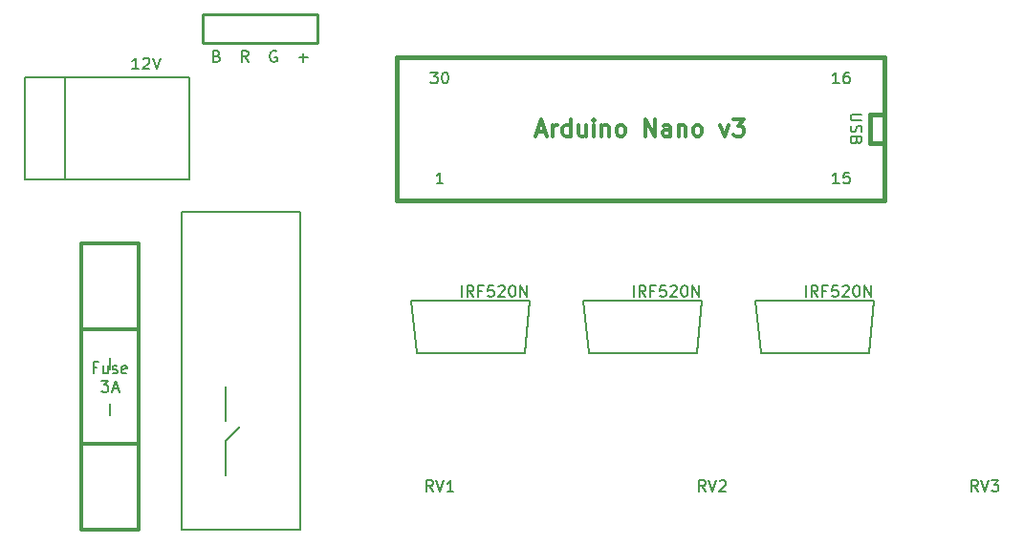
<source format=gto>
G04 #@! TF.FileFunction,Legend,Top*
%FSLAX46Y46*%
G04 Gerber Fmt 4.6, Leading zero omitted, Abs format (unit mm)*
G04 Created by KiCad (PCBNEW 4.0.3-stable) date Mon Sep 19 23:01:39 2016*
%MOMM*%
%LPD*%
G01*
G04 APERTURE LIST*
%ADD10C,0.150000*%
%ADD11C,0.200000*%
%ADD12C,0.300000*%
%ADD13C,0.254000*%
%ADD14C,0.381000*%
%ADD15C,0.304800*%
G04 APERTURE END LIST*
D10*
X99734762Y-63952381D02*
X99401428Y-63476190D01*
X99163333Y-63952381D02*
X99163333Y-62952381D01*
X99544286Y-62952381D01*
X99639524Y-63000000D01*
X99687143Y-63047619D01*
X99734762Y-63142857D01*
X99734762Y-63285714D01*
X99687143Y-63380952D01*
X99639524Y-63428571D01*
X99544286Y-63476190D01*
X99163333Y-63476190D01*
X100020476Y-62952381D02*
X100353809Y-63952381D01*
X100687143Y-62952381D01*
X100925238Y-62952381D02*
X101544286Y-62952381D01*
X101210952Y-63333333D01*
X101353810Y-63333333D01*
X101449048Y-63380952D01*
X101496667Y-63428571D01*
X101544286Y-63523810D01*
X101544286Y-63761905D01*
X101496667Y-63857143D01*
X101449048Y-63904762D01*
X101353810Y-63952381D01*
X101068095Y-63952381D01*
X100972857Y-63904762D01*
X100925238Y-63857143D01*
X75604762Y-63952381D02*
X75271428Y-63476190D01*
X75033333Y-63952381D02*
X75033333Y-62952381D01*
X75414286Y-62952381D01*
X75509524Y-63000000D01*
X75557143Y-63047619D01*
X75604762Y-63142857D01*
X75604762Y-63285714D01*
X75557143Y-63380952D01*
X75509524Y-63428571D01*
X75414286Y-63476190D01*
X75033333Y-63476190D01*
X75890476Y-62952381D02*
X76223809Y-63952381D01*
X76557143Y-62952381D01*
X76842857Y-63047619D02*
X76890476Y-63000000D01*
X76985714Y-62952381D01*
X77223810Y-62952381D01*
X77319048Y-63000000D01*
X77366667Y-63047619D01*
X77414286Y-63142857D01*
X77414286Y-63238095D01*
X77366667Y-63380952D01*
X76795238Y-63952381D01*
X77414286Y-63952381D01*
X51474762Y-63952381D02*
X51141428Y-63476190D01*
X50903333Y-63952381D02*
X50903333Y-62952381D01*
X51284286Y-62952381D01*
X51379524Y-63000000D01*
X51427143Y-63047619D01*
X51474762Y-63142857D01*
X51474762Y-63285714D01*
X51427143Y-63380952D01*
X51379524Y-63428571D01*
X51284286Y-63476190D01*
X50903333Y-63476190D01*
X51760476Y-62952381D02*
X52093809Y-63952381D01*
X52427143Y-62952381D01*
X53284286Y-63952381D02*
X52712857Y-63952381D01*
X52998571Y-63952381D02*
X52998571Y-62952381D01*
X52903333Y-63095238D01*
X52808095Y-63190476D01*
X52712857Y-63238095D01*
X84495048Y-46680381D02*
X84495048Y-45680381D01*
X85542667Y-46680381D02*
X85209333Y-46204190D01*
X84971238Y-46680381D02*
X84971238Y-45680381D01*
X85352191Y-45680381D01*
X85447429Y-45728000D01*
X85495048Y-45775619D01*
X85542667Y-45870857D01*
X85542667Y-46013714D01*
X85495048Y-46108952D01*
X85447429Y-46156571D01*
X85352191Y-46204190D01*
X84971238Y-46204190D01*
X86304572Y-46156571D02*
X85971238Y-46156571D01*
X85971238Y-46680381D02*
X85971238Y-45680381D01*
X86447429Y-45680381D01*
X87304572Y-45680381D02*
X86828381Y-45680381D01*
X86780762Y-46156571D01*
X86828381Y-46108952D01*
X86923619Y-46061333D01*
X87161715Y-46061333D01*
X87256953Y-46108952D01*
X87304572Y-46156571D01*
X87352191Y-46251810D01*
X87352191Y-46489905D01*
X87304572Y-46585143D01*
X87256953Y-46632762D01*
X87161715Y-46680381D01*
X86923619Y-46680381D01*
X86828381Y-46632762D01*
X86780762Y-46585143D01*
X87733143Y-45775619D02*
X87780762Y-45728000D01*
X87876000Y-45680381D01*
X88114096Y-45680381D01*
X88209334Y-45728000D01*
X88256953Y-45775619D01*
X88304572Y-45870857D01*
X88304572Y-45966095D01*
X88256953Y-46108952D01*
X87685524Y-46680381D01*
X88304572Y-46680381D01*
X88923619Y-45680381D02*
X89018858Y-45680381D01*
X89114096Y-45728000D01*
X89161715Y-45775619D01*
X89209334Y-45870857D01*
X89256953Y-46061333D01*
X89256953Y-46299429D01*
X89209334Y-46489905D01*
X89161715Y-46585143D01*
X89114096Y-46632762D01*
X89018858Y-46680381D01*
X88923619Y-46680381D01*
X88828381Y-46632762D01*
X88780762Y-46585143D01*
X88733143Y-46489905D01*
X88685524Y-46299429D01*
X88685524Y-46061333D01*
X88733143Y-45870857D01*
X88780762Y-45775619D01*
X88828381Y-45728000D01*
X88923619Y-45680381D01*
X89685524Y-46680381D02*
X89685524Y-45680381D01*
X90256953Y-46680381D01*
X90256953Y-45680381D01*
X69255048Y-46680381D02*
X69255048Y-45680381D01*
X70302667Y-46680381D02*
X69969333Y-46204190D01*
X69731238Y-46680381D02*
X69731238Y-45680381D01*
X70112191Y-45680381D01*
X70207429Y-45728000D01*
X70255048Y-45775619D01*
X70302667Y-45870857D01*
X70302667Y-46013714D01*
X70255048Y-46108952D01*
X70207429Y-46156571D01*
X70112191Y-46204190D01*
X69731238Y-46204190D01*
X71064572Y-46156571D02*
X70731238Y-46156571D01*
X70731238Y-46680381D02*
X70731238Y-45680381D01*
X71207429Y-45680381D01*
X72064572Y-45680381D02*
X71588381Y-45680381D01*
X71540762Y-46156571D01*
X71588381Y-46108952D01*
X71683619Y-46061333D01*
X71921715Y-46061333D01*
X72016953Y-46108952D01*
X72064572Y-46156571D01*
X72112191Y-46251810D01*
X72112191Y-46489905D01*
X72064572Y-46585143D01*
X72016953Y-46632762D01*
X71921715Y-46680381D01*
X71683619Y-46680381D01*
X71588381Y-46632762D01*
X71540762Y-46585143D01*
X72493143Y-45775619D02*
X72540762Y-45728000D01*
X72636000Y-45680381D01*
X72874096Y-45680381D01*
X72969334Y-45728000D01*
X73016953Y-45775619D01*
X73064572Y-45870857D01*
X73064572Y-45966095D01*
X73016953Y-46108952D01*
X72445524Y-46680381D01*
X73064572Y-46680381D01*
X73683619Y-45680381D02*
X73778858Y-45680381D01*
X73874096Y-45728000D01*
X73921715Y-45775619D01*
X73969334Y-45870857D01*
X74016953Y-46061333D01*
X74016953Y-46299429D01*
X73969334Y-46489905D01*
X73921715Y-46585143D01*
X73874096Y-46632762D01*
X73778858Y-46680381D01*
X73683619Y-46680381D01*
X73588381Y-46632762D01*
X73540762Y-46585143D01*
X73493143Y-46489905D01*
X73445524Y-46299429D01*
X73445524Y-46061333D01*
X73493143Y-45870857D01*
X73540762Y-45775619D01*
X73588381Y-45728000D01*
X73683619Y-45680381D01*
X74445524Y-46680381D02*
X74445524Y-45680381D01*
X75016953Y-46680381D01*
X75016953Y-45680381D01*
X54015048Y-46680381D02*
X54015048Y-45680381D01*
X55062667Y-46680381D02*
X54729333Y-46204190D01*
X54491238Y-46680381D02*
X54491238Y-45680381D01*
X54872191Y-45680381D01*
X54967429Y-45728000D01*
X55015048Y-45775619D01*
X55062667Y-45870857D01*
X55062667Y-46013714D01*
X55015048Y-46108952D01*
X54967429Y-46156571D01*
X54872191Y-46204190D01*
X54491238Y-46204190D01*
X55824572Y-46156571D02*
X55491238Y-46156571D01*
X55491238Y-46680381D02*
X55491238Y-45680381D01*
X55967429Y-45680381D01*
X56824572Y-45680381D02*
X56348381Y-45680381D01*
X56300762Y-46156571D01*
X56348381Y-46108952D01*
X56443619Y-46061333D01*
X56681715Y-46061333D01*
X56776953Y-46108952D01*
X56824572Y-46156571D01*
X56872191Y-46251810D01*
X56872191Y-46489905D01*
X56824572Y-46585143D01*
X56776953Y-46632762D01*
X56681715Y-46680381D01*
X56443619Y-46680381D01*
X56348381Y-46632762D01*
X56300762Y-46585143D01*
X57253143Y-45775619D02*
X57300762Y-45728000D01*
X57396000Y-45680381D01*
X57634096Y-45680381D01*
X57729334Y-45728000D01*
X57776953Y-45775619D01*
X57824572Y-45870857D01*
X57824572Y-45966095D01*
X57776953Y-46108952D01*
X57205524Y-46680381D01*
X57824572Y-46680381D01*
X58443619Y-45680381D02*
X58538858Y-45680381D01*
X58634096Y-45728000D01*
X58681715Y-45775619D01*
X58729334Y-45870857D01*
X58776953Y-46061333D01*
X58776953Y-46299429D01*
X58729334Y-46489905D01*
X58681715Y-46585143D01*
X58634096Y-46632762D01*
X58538858Y-46680381D01*
X58443619Y-46680381D01*
X58348381Y-46632762D01*
X58300762Y-46585143D01*
X58253143Y-46489905D01*
X58205524Y-46299429D01*
X58205524Y-46061333D01*
X58253143Y-45870857D01*
X58300762Y-45775619D01*
X58348381Y-45728000D01*
X58443619Y-45680381D01*
X59205524Y-46680381D02*
X59205524Y-45680381D01*
X59776953Y-46680381D01*
X59776953Y-45680381D01*
D11*
X80010000Y-46990000D02*
X90551000Y-46990000D01*
X64770000Y-46990000D02*
X75311000Y-46990000D01*
X49530000Y-46990000D02*
X60071000Y-46990000D01*
X33147000Y-62230000D02*
X33147000Y-62484000D01*
X33147000Y-54864000D02*
X33147000Y-54610000D01*
X33147000Y-59436000D02*
X34417000Y-58166000D01*
X33147000Y-54864000D02*
X33147000Y-57658000D01*
X33147000Y-62230000D02*
X33147000Y-59436000D01*
X22860000Y-56134000D02*
X22860000Y-57150000D01*
X22860000Y-52070000D02*
X22860000Y-53086000D01*
D10*
X21717143Y-52951571D02*
X21383809Y-52951571D01*
X21383809Y-53475381D02*
X21383809Y-52475381D01*
X21860000Y-52475381D01*
X22669524Y-52808714D02*
X22669524Y-53475381D01*
X22240952Y-52808714D02*
X22240952Y-53332524D01*
X22288571Y-53427762D01*
X22383809Y-53475381D01*
X22526667Y-53475381D01*
X22621905Y-53427762D01*
X22669524Y-53380143D01*
X23098095Y-53427762D02*
X23193333Y-53475381D01*
X23383809Y-53475381D01*
X23479048Y-53427762D01*
X23526667Y-53332524D01*
X23526667Y-53284905D01*
X23479048Y-53189667D01*
X23383809Y-53142048D01*
X23240952Y-53142048D01*
X23145714Y-53094429D01*
X23098095Y-52999190D01*
X23098095Y-52951571D01*
X23145714Y-52856333D01*
X23240952Y-52808714D01*
X23383809Y-52808714D01*
X23479048Y-52856333D01*
X24336191Y-53427762D02*
X24240953Y-53475381D01*
X24050476Y-53475381D01*
X23955238Y-53427762D01*
X23907619Y-53332524D01*
X23907619Y-52951571D01*
X23955238Y-52856333D01*
X24050476Y-52808714D01*
X24240953Y-52808714D01*
X24336191Y-52856333D01*
X24383810Y-52951571D01*
X24383810Y-53046810D01*
X23907619Y-53142048D01*
X22098095Y-54125381D02*
X22717143Y-54125381D01*
X22383809Y-54506333D01*
X22526667Y-54506333D01*
X22621905Y-54553952D01*
X22669524Y-54601571D01*
X22717143Y-54696810D01*
X22717143Y-54934905D01*
X22669524Y-55030143D01*
X22621905Y-55077762D01*
X22526667Y-55125381D01*
X22240952Y-55125381D01*
X22145714Y-55077762D01*
X22098095Y-55030143D01*
X23098095Y-54839667D02*
X23574286Y-54839667D01*
X23002857Y-55125381D02*
X23336190Y-54125381D01*
X23669524Y-55125381D01*
X32321429Y-25328571D02*
X32464286Y-25376190D01*
X32511905Y-25423810D01*
X32559524Y-25519048D01*
X32559524Y-25661905D01*
X32511905Y-25757143D01*
X32464286Y-25804762D01*
X32369048Y-25852381D01*
X31988095Y-25852381D01*
X31988095Y-24852381D01*
X32321429Y-24852381D01*
X32416667Y-24900000D01*
X32464286Y-24947619D01*
X32511905Y-25042857D01*
X32511905Y-25138095D01*
X32464286Y-25233333D01*
X32416667Y-25280952D01*
X32321429Y-25328571D01*
X31988095Y-25328571D01*
X35099524Y-25852381D02*
X34766190Y-25376190D01*
X34528095Y-25852381D02*
X34528095Y-24852381D01*
X34909048Y-24852381D01*
X35004286Y-24900000D01*
X35051905Y-24947619D01*
X35099524Y-25042857D01*
X35099524Y-25185714D01*
X35051905Y-25280952D01*
X35004286Y-25328571D01*
X34909048Y-25376190D01*
X34528095Y-25376190D01*
X37591905Y-24900000D02*
X37496667Y-24852381D01*
X37353810Y-24852381D01*
X37210952Y-24900000D01*
X37115714Y-24995238D01*
X37068095Y-25090476D01*
X37020476Y-25280952D01*
X37020476Y-25423810D01*
X37068095Y-25614286D01*
X37115714Y-25709524D01*
X37210952Y-25804762D01*
X37353810Y-25852381D01*
X37449048Y-25852381D01*
X37591905Y-25804762D01*
X37639524Y-25757143D01*
X37639524Y-25423810D01*
X37449048Y-25423810D01*
X39608095Y-25471429D02*
X40370000Y-25471429D01*
X39989048Y-25852381D02*
X39989048Y-25090476D01*
X25415953Y-26487381D02*
X24844524Y-26487381D01*
X25130238Y-26487381D02*
X25130238Y-25487381D01*
X25035000Y-25630238D01*
X24939762Y-25725476D01*
X24844524Y-25773095D01*
X25796905Y-25582619D02*
X25844524Y-25535000D01*
X25939762Y-25487381D01*
X26177858Y-25487381D01*
X26273096Y-25535000D01*
X26320715Y-25582619D01*
X26368334Y-25677857D01*
X26368334Y-25773095D01*
X26320715Y-25915952D01*
X25749286Y-26487381D01*
X26368334Y-26487381D01*
X26654048Y-25487381D02*
X26987381Y-26487381D01*
X27320715Y-25487381D01*
X89447619Y-30488095D02*
X88638095Y-30488095D01*
X88542857Y-30535714D01*
X88495238Y-30583333D01*
X88447619Y-30678571D01*
X88447619Y-30869048D01*
X88495238Y-30964286D01*
X88542857Y-31011905D01*
X88638095Y-31059524D01*
X89447619Y-31059524D01*
X88495238Y-31488095D02*
X88447619Y-31630952D01*
X88447619Y-31869048D01*
X88495238Y-31964286D01*
X88542857Y-32011905D01*
X88638095Y-32059524D01*
X88733333Y-32059524D01*
X88828571Y-32011905D01*
X88876190Y-31964286D01*
X88923810Y-31869048D01*
X88971429Y-31678571D01*
X89019048Y-31583333D01*
X89066667Y-31535714D01*
X89161905Y-31488095D01*
X89257143Y-31488095D01*
X89352381Y-31535714D01*
X89400000Y-31583333D01*
X89447619Y-31678571D01*
X89447619Y-31916667D01*
X89400000Y-32059524D01*
X88971429Y-32821429D02*
X88923810Y-32964286D01*
X88876190Y-33011905D01*
X88780952Y-33059524D01*
X88638095Y-33059524D01*
X88542857Y-33011905D01*
X88495238Y-32964286D01*
X88447619Y-32869048D01*
X88447619Y-32488095D01*
X89447619Y-32488095D01*
X89447619Y-32821429D01*
X89400000Y-32916667D01*
X89352381Y-32964286D01*
X89257143Y-33011905D01*
X89161905Y-33011905D01*
X89066667Y-32964286D01*
X89019048Y-32916667D01*
X88971429Y-32821429D01*
X88971429Y-32488095D01*
X52355715Y-36647381D02*
X51784286Y-36647381D01*
X52070000Y-36647381D02*
X52070000Y-35647381D01*
X51974762Y-35790238D01*
X51879524Y-35885476D01*
X51784286Y-35933095D01*
X51260476Y-26757381D02*
X51879524Y-26757381D01*
X51546190Y-27138333D01*
X51689048Y-27138333D01*
X51784286Y-27185952D01*
X51831905Y-27233571D01*
X51879524Y-27328810D01*
X51879524Y-27566905D01*
X51831905Y-27662143D01*
X51784286Y-27709762D01*
X51689048Y-27757381D01*
X51403333Y-27757381D01*
X51308095Y-27709762D01*
X51260476Y-27662143D01*
X52498571Y-26757381D02*
X52593810Y-26757381D01*
X52689048Y-26805000D01*
X52736667Y-26852619D01*
X52784286Y-26947857D01*
X52831905Y-27138333D01*
X52831905Y-27376429D01*
X52784286Y-27566905D01*
X52736667Y-27662143D01*
X52689048Y-27709762D01*
X52593810Y-27757381D01*
X52498571Y-27757381D01*
X52403333Y-27709762D01*
X52355714Y-27662143D01*
X52308095Y-27566905D01*
X52260476Y-27376429D01*
X52260476Y-27138333D01*
X52308095Y-26947857D01*
X52355714Y-26852619D01*
X52403333Y-26805000D01*
X52498571Y-26757381D01*
D12*
X60707143Y-32000000D02*
X61421429Y-32000000D01*
X60564286Y-32428571D02*
X61064286Y-30928571D01*
X61564286Y-32428571D01*
X62064286Y-32428571D02*
X62064286Y-31428571D01*
X62064286Y-31714286D02*
X62135714Y-31571429D01*
X62207143Y-31500000D01*
X62350000Y-31428571D01*
X62492857Y-31428571D01*
X63635714Y-32428571D02*
X63635714Y-30928571D01*
X63635714Y-32357143D02*
X63492857Y-32428571D01*
X63207143Y-32428571D01*
X63064285Y-32357143D01*
X62992857Y-32285714D01*
X62921428Y-32142857D01*
X62921428Y-31714286D01*
X62992857Y-31571429D01*
X63064285Y-31500000D01*
X63207143Y-31428571D01*
X63492857Y-31428571D01*
X63635714Y-31500000D01*
X64992857Y-31428571D02*
X64992857Y-32428571D01*
X64350000Y-31428571D02*
X64350000Y-32214286D01*
X64421428Y-32357143D01*
X64564286Y-32428571D01*
X64778571Y-32428571D01*
X64921428Y-32357143D01*
X64992857Y-32285714D01*
X65707143Y-32428571D02*
X65707143Y-31428571D01*
X65707143Y-30928571D02*
X65635714Y-31000000D01*
X65707143Y-31071429D01*
X65778571Y-31000000D01*
X65707143Y-30928571D01*
X65707143Y-31071429D01*
X66421429Y-31428571D02*
X66421429Y-32428571D01*
X66421429Y-31571429D02*
X66492857Y-31500000D01*
X66635715Y-31428571D01*
X66850000Y-31428571D01*
X66992857Y-31500000D01*
X67064286Y-31642857D01*
X67064286Y-32428571D01*
X67992858Y-32428571D02*
X67850000Y-32357143D01*
X67778572Y-32285714D01*
X67707143Y-32142857D01*
X67707143Y-31714286D01*
X67778572Y-31571429D01*
X67850000Y-31500000D01*
X67992858Y-31428571D01*
X68207143Y-31428571D01*
X68350000Y-31500000D01*
X68421429Y-31571429D01*
X68492858Y-31714286D01*
X68492858Y-32142857D01*
X68421429Y-32285714D01*
X68350000Y-32357143D01*
X68207143Y-32428571D01*
X67992858Y-32428571D01*
X70278572Y-32428571D02*
X70278572Y-30928571D01*
X71135715Y-32428571D01*
X71135715Y-30928571D01*
X72492858Y-32428571D02*
X72492858Y-31642857D01*
X72421429Y-31500000D01*
X72278572Y-31428571D01*
X71992858Y-31428571D01*
X71850001Y-31500000D01*
X72492858Y-32357143D02*
X72350001Y-32428571D01*
X71992858Y-32428571D01*
X71850001Y-32357143D01*
X71778572Y-32214286D01*
X71778572Y-32071429D01*
X71850001Y-31928571D01*
X71992858Y-31857143D01*
X72350001Y-31857143D01*
X72492858Y-31785714D01*
X73207144Y-31428571D02*
X73207144Y-32428571D01*
X73207144Y-31571429D02*
X73278572Y-31500000D01*
X73421430Y-31428571D01*
X73635715Y-31428571D01*
X73778572Y-31500000D01*
X73850001Y-31642857D01*
X73850001Y-32428571D01*
X74778573Y-32428571D02*
X74635715Y-32357143D01*
X74564287Y-32285714D01*
X74492858Y-32142857D01*
X74492858Y-31714286D01*
X74564287Y-31571429D01*
X74635715Y-31500000D01*
X74778573Y-31428571D01*
X74992858Y-31428571D01*
X75135715Y-31500000D01*
X75207144Y-31571429D01*
X75278573Y-31714286D01*
X75278573Y-32142857D01*
X75207144Y-32285714D01*
X75135715Y-32357143D01*
X74992858Y-32428571D01*
X74778573Y-32428571D01*
X76921430Y-31428571D02*
X77278573Y-32428571D01*
X77635715Y-31428571D01*
X78064287Y-30928571D02*
X78992858Y-30928571D01*
X78492858Y-31500000D01*
X78707144Y-31500000D01*
X78850001Y-31571429D01*
X78921430Y-31642857D01*
X78992858Y-31785714D01*
X78992858Y-32142857D01*
X78921430Y-32285714D01*
X78850001Y-32357143D01*
X78707144Y-32428571D01*
X78278572Y-32428571D01*
X78135715Y-32357143D01*
X78064287Y-32285714D01*
D10*
X87439524Y-36647381D02*
X86868095Y-36647381D01*
X87153809Y-36647381D02*
X87153809Y-35647381D01*
X87058571Y-35790238D01*
X86963333Y-35885476D01*
X86868095Y-35933095D01*
X88344286Y-35647381D02*
X87868095Y-35647381D01*
X87820476Y-36123571D01*
X87868095Y-36075952D01*
X87963333Y-36028333D01*
X88201429Y-36028333D01*
X88296667Y-36075952D01*
X88344286Y-36123571D01*
X88391905Y-36218810D01*
X88391905Y-36456905D01*
X88344286Y-36552143D01*
X88296667Y-36599762D01*
X88201429Y-36647381D01*
X87963333Y-36647381D01*
X87868095Y-36599762D01*
X87820476Y-36552143D01*
X87439524Y-27757381D02*
X86868095Y-27757381D01*
X87153809Y-27757381D02*
X87153809Y-26757381D01*
X87058571Y-26900238D01*
X86963333Y-26995476D01*
X86868095Y-27043095D01*
X88296667Y-26757381D02*
X88106190Y-26757381D01*
X88010952Y-26805000D01*
X87963333Y-26852619D01*
X87868095Y-26995476D01*
X87820476Y-27185952D01*
X87820476Y-27566905D01*
X87868095Y-27662143D01*
X87915714Y-27709762D01*
X88010952Y-27757381D01*
X88201429Y-27757381D01*
X88296667Y-27709762D01*
X88344286Y-27662143D01*
X88391905Y-27566905D01*
X88391905Y-27328810D01*
X88344286Y-27233571D01*
X88296667Y-27185952D01*
X88201429Y-27138333D01*
X88010952Y-27138333D01*
X87915714Y-27185952D01*
X87868095Y-27233571D01*
X87820476Y-27328810D01*
X39710000Y-39110000D02*
X39710000Y-67310000D01*
X29210000Y-39110000D02*
X39710000Y-39110000D01*
X29210000Y-67310000D02*
X29210000Y-39110000D01*
X39710000Y-67310000D02*
X29210000Y-67310000D01*
D13*
X31115000Y-21590000D02*
X41275000Y-21590000D01*
X31115000Y-24130000D02*
X41275000Y-24130000D01*
X41275000Y-24130000D02*
X41275000Y-21590000D01*
X31115000Y-21590000D02*
X31115000Y-24130000D01*
D14*
X91440000Y-38100000D02*
X48260000Y-38100000D01*
X48260000Y-38100000D02*
X48260000Y-25400000D01*
X48260000Y-25400000D02*
X91440000Y-25400000D01*
X91440000Y-25400000D02*
X91440000Y-38100000D01*
X91440000Y-30480000D02*
X90170000Y-30480000D01*
X90170000Y-30480000D02*
X90170000Y-33020000D01*
X90170000Y-33020000D02*
X91440000Y-33020000D01*
D15*
X25400000Y-41910000D02*
X25400000Y-67310000D01*
X25400000Y-67310000D02*
X20320000Y-67310000D01*
X20320000Y-67310000D02*
X20320000Y-41910000D01*
X20320000Y-41910000D02*
X25400000Y-41910000D01*
X25400000Y-49530000D02*
X20320000Y-49530000D01*
X25400000Y-59690000D02*
X20320000Y-59690000D01*
D10*
X49530000Y-46990000D02*
X60070000Y-46990000D01*
X60070000Y-46990000D02*
X59570000Y-51680000D01*
X59570000Y-51680000D02*
X50030000Y-51680000D01*
X50030000Y-51680000D02*
X49530000Y-46990000D01*
X64770000Y-46990000D02*
X75310000Y-46990000D01*
X75310000Y-46990000D02*
X74810000Y-51680000D01*
X74810000Y-51680000D02*
X65270000Y-51680000D01*
X65270000Y-51680000D02*
X64770000Y-46990000D01*
X80010000Y-46990000D02*
X90550000Y-46990000D01*
X90550000Y-46990000D02*
X90050000Y-51680000D01*
X90050000Y-51680000D02*
X80510000Y-51680000D01*
X80510000Y-51680000D02*
X80010000Y-46990000D01*
X18859500Y-27249120D02*
X18859500Y-36250880D01*
X15359380Y-27249120D02*
X15359380Y-36250880D01*
X15359380Y-36250880D02*
X29860240Y-36250880D01*
X29860240Y-36250880D02*
X29860240Y-27249120D01*
X29860240Y-27249120D02*
X15359380Y-27249120D01*
M02*

</source>
